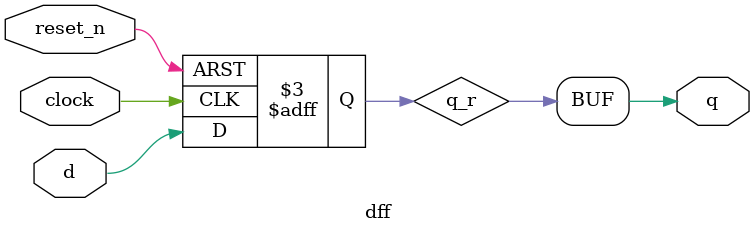
<source format=v>

module  dff
#(
    parameter RSTVAL = 1'b0
)
(
    input reset_n,
    input clock,
    input d,
    output q
);
reg q_r;

always @(posedge clock, negedge reset_n) begin
    if(~reset_n)
    begin
       q_r <= RSTVAL;
    end
    else
    begin
       q_r <= d; 
    end
end

assign q = q_r;

endmodule
</source>
